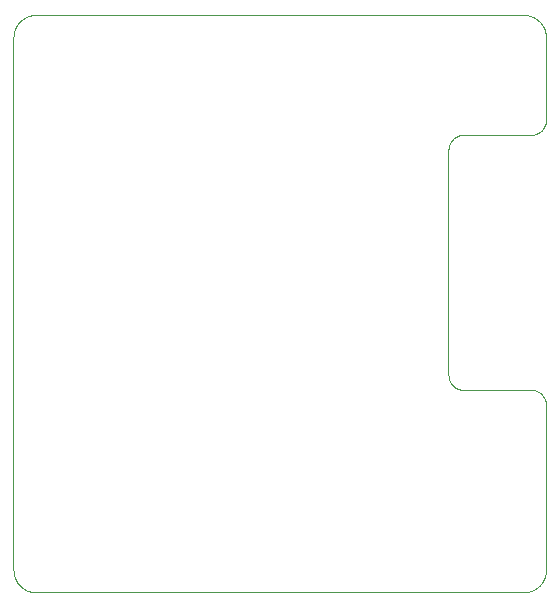
<source format=gbp>
G75*
%MOIN*%
%OFA0B0*%
%FSLAX25Y25*%
%IPPOS*%
%LPD*%
%AMOC8*
5,1,8,0,0,1.08239X$1,22.5*
%
%ADD10C,0.00100*%
D10*
X0007500Y0015000D02*
X0007500Y0192500D01*
X0007502Y0192681D01*
X0007509Y0192862D01*
X0007520Y0193043D01*
X0007535Y0193224D01*
X0007555Y0193404D01*
X0007579Y0193584D01*
X0007607Y0193763D01*
X0007640Y0193941D01*
X0007677Y0194118D01*
X0007718Y0194295D01*
X0007763Y0194470D01*
X0007813Y0194645D01*
X0007867Y0194818D01*
X0007925Y0194989D01*
X0007987Y0195160D01*
X0008054Y0195328D01*
X0008124Y0195495D01*
X0008198Y0195661D01*
X0008277Y0195824D01*
X0008359Y0195985D01*
X0008445Y0196145D01*
X0008535Y0196302D01*
X0008629Y0196457D01*
X0008726Y0196610D01*
X0008828Y0196760D01*
X0008932Y0196908D01*
X0009041Y0197054D01*
X0009152Y0197196D01*
X0009268Y0197336D01*
X0009386Y0197473D01*
X0009508Y0197608D01*
X0009633Y0197739D01*
X0009761Y0197867D01*
X0009892Y0197992D01*
X0010027Y0198114D01*
X0010164Y0198232D01*
X0010304Y0198348D01*
X0010446Y0198459D01*
X0010592Y0198568D01*
X0010740Y0198672D01*
X0010890Y0198774D01*
X0011043Y0198871D01*
X0011198Y0198965D01*
X0011355Y0199055D01*
X0011515Y0199141D01*
X0011676Y0199223D01*
X0011839Y0199302D01*
X0012005Y0199376D01*
X0012172Y0199446D01*
X0012340Y0199513D01*
X0012511Y0199575D01*
X0012682Y0199633D01*
X0012855Y0199687D01*
X0013030Y0199737D01*
X0013205Y0199782D01*
X0013382Y0199823D01*
X0013559Y0199860D01*
X0013737Y0199893D01*
X0013916Y0199921D01*
X0014096Y0199945D01*
X0014276Y0199965D01*
X0014457Y0199980D01*
X0014638Y0199991D01*
X0014819Y0199998D01*
X0015000Y0200000D01*
X0177500Y0200000D01*
X0177681Y0199998D01*
X0177862Y0199991D01*
X0178043Y0199980D01*
X0178224Y0199965D01*
X0178404Y0199945D01*
X0178584Y0199921D01*
X0178763Y0199893D01*
X0178941Y0199860D01*
X0179118Y0199823D01*
X0179295Y0199782D01*
X0179470Y0199737D01*
X0179645Y0199687D01*
X0179818Y0199633D01*
X0179989Y0199575D01*
X0180160Y0199513D01*
X0180328Y0199446D01*
X0180495Y0199376D01*
X0180661Y0199302D01*
X0180824Y0199223D01*
X0180985Y0199141D01*
X0181145Y0199055D01*
X0181302Y0198965D01*
X0181457Y0198871D01*
X0181610Y0198774D01*
X0181760Y0198672D01*
X0181908Y0198568D01*
X0182054Y0198459D01*
X0182196Y0198348D01*
X0182336Y0198232D01*
X0182473Y0198114D01*
X0182608Y0197992D01*
X0182739Y0197867D01*
X0182867Y0197739D01*
X0182992Y0197608D01*
X0183114Y0197473D01*
X0183232Y0197336D01*
X0183348Y0197196D01*
X0183459Y0197054D01*
X0183568Y0196908D01*
X0183672Y0196760D01*
X0183774Y0196610D01*
X0183871Y0196457D01*
X0183965Y0196302D01*
X0184055Y0196145D01*
X0184141Y0195985D01*
X0184223Y0195824D01*
X0184302Y0195661D01*
X0184376Y0195495D01*
X0184446Y0195328D01*
X0184513Y0195160D01*
X0184575Y0194989D01*
X0184633Y0194818D01*
X0184687Y0194645D01*
X0184737Y0194470D01*
X0184782Y0194295D01*
X0184823Y0194118D01*
X0184860Y0193941D01*
X0184893Y0193763D01*
X0184921Y0193584D01*
X0184945Y0193404D01*
X0184965Y0193224D01*
X0184980Y0193043D01*
X0184991Y0192862D01*
X0184998Y0192681D01*
X0185000Y0192500D01*
X0185000Y0165000D01*
X0184998Y0164860D01*
X0184992Y0164720D01*
X0184982Y0164580D01*
X0184969Y0164440D01*
X0184951Y0164301D01*
X0184929Y0164162D01*
X0184904Y0164025D01*
X0184875Y0163887D01*
X0184842Y0163751D01*
X0184805Y0163616D01*
X0184764Y0163482D01*
X0184719Y0163349D01*
X0184671Y0163217D01*
X0184619Y0163087D01*
X0184564Y0162958D01*
X0184505Y0162831D01*
X0184442Y0162705D01*
X0184376Y0162581D01*
X0184307Y0162460D01*
X0184234Y0162340D01*
X0184157Y0162222D01*
X0184078Y0162107D01*
X0183995Y0161993D01*
X0183909Y0161883D01*
X0183820Y0161774D01*
X0183728Y0161668D01*
X0183633Y0161565D01*
X0183536Y0161464D01*
X0183435Y0161367D01*
X0183332Y0161272D01*
X0183226Y0161180D01*
X0183117Y0161091D01*
X0183007Y0161005D01*
X0182893Y0160922D01*
X0182778Y0160843D01*
X0182660Y0160766D01*
X0182540Y0160693D01*
X0182419Y0160624D01*
X0182295Y0160558D01*
X0182169Y0160495D01*
X0182042Y0160436D01*
X0181913Y0160381D01*
X0181783Y0160329D01*
X0181651Y0160281D01*
X0181518Y0160236D01*
X0181384Y0160195D01*
X0181249Y0160158D01*
X0181113Y0160125D01*
X0180975Y0160096D01*
X0180838Y0160071D01*
X0180699Y0160049D01*
X0180560Y0160031D01*
X0180420Y0160018D01*
X0180280Y0160008D01*
X0180140Y0160002D01*
X0180000Y0160000D01*
X0157500Y0160000D01*
X0157360Y0159998D01*
X0157220Y0159992D01*
X0157080Y0159982D01*
X0156940Y0159969D01*
X0156801Y0159951D01*
X0156662Y0159929D01*
X0156525Y0159904D01*
X0156387Y0159875D01*
X0156251Y0159842D01*
X0156116Y0159805D01*
X0155982Y0159764D01*
X0155849Y0159719D01*
X0155717Y0159671D01*
X0155587Y0159619D01*
X0155458Y0159564D01*
X0155331Y0159505D01*
X0155205Y0159442D01*
X0155081Y0159376D01*
X0154960Y0159307D01*
X0154840Y0159234D01*
X0154722Y0159157D01*
X0154607Y0159078D01*
X0154493Y0158995D01*
X0154383Y0158909D01*
X0154274Y0158820D01*
X0154168Y0158728D01*
X0154065Y0158633D01*
X0153964Y0158536D01*
X0153867Y0158435D01*
X0153772Y0158332D01*
X0153680Y0158226D01*
X0153591Y0158117D01*
X0153505Y0158007D01*
X0153422Y0157893D01*
X0153343Y0157778D01*
X0153266Y0157660D01*
X0153193Y0157540D01*
X0153124Y0157419D01*
X0153058Y0157295D01*
X0152995Y0157169D01*
X0152936Y0157042D01*
X0152881Y0156913D01*
X0152829Y0156783D01*
X0152781Y0156651D01*
X0152736Y0156518D01*
X0152695Y0156384D01*
X0152658Y0156249D01*
X0152625Y0156113D01*
X0152596Y0155975D01*
X0152571Y0155838D01*
X0152549Y0155699D01*
X0152531Y0155560D01*
X0152518Y0155420D01*
X0152508Y0155280D01*
X0152502Y0155140D01*
X0152500Y0155000D01*
X0152500Y0080000D01*
X0152502Y0079860D01*
X0152508Y0079720D01*
X0152518Y0079580D01*
X0152531Y0079440D01*
X0152549Y0079301D01*
X0152571Y0079162D01*
X0152596Y0079025D01*
X0152625Y0078887D01*
X0152658Y0078751D01*
X0152695Y0078616D01*
X0152736Y0078482D01*
X0152781Y0078349D01*
X0152829Y0078217D01*
X0152881Y0078087D01*
X0152936Y0077958D01*
X0152995Y0077831D01*
X0153058Y0077705D01*
X0153124Y0077581D01*
X0153193Y0077460D01*
X0153266Y0077340D01*
X0153343Y0077222D01*
X0153422Y0077107D01*
X0153505Y0076993D01*
X0153591Y0076883D01*
X0153680Y0076774D01*
X0153772Y0076668D01*
X0153867Y0076565D01*
X0153964Y0076464D01*
X0154065Y0076367D01*
X0154168Y0076272D01*
X0154274Y0076180D01*
X0154383Y0076091D01*
X0154493Y0076005D01*
X0154607Y0075922D01*
X0154722Y0075843D01*
X0154840Y0075766D01*
X0154960Y0075693D01*
X0155081Y0075624D01*
X0155205Y0075558D01*
X0155331Y0075495D01*
X0155458Y0075436D01*
X0155587Y0075381D01*
X0155717Y0075329D01*
X0155849Y0075281D01*
X0155982Y0075236D01*
X0156116Y0075195D01*
X0156251Y0075158D01*
X0156387Y0075125D01*
X0156525Y0075096D01*
X0156662Y0075071D01*
X0156801Y0075049D01*
X0156940Y0075031D01*
X0157080Y0075018D01*
X0157220Y0075008D01*
X0157360Y0075002D01*
X0157500Y0075000D01*
X0180000Y0075000D01*
X0180140Y0074998D01*
X0180280Y0074992D01*
X0180420Y0074982D01*
X0180560Y0074969D01*
X0180699Y0074951D01*
X0180838Y0074929D01*
X0180975Y0074904D01*
X0181113Y0074875D01*
X0181249Y0074842D01*
X0181384Y0074805D01*
X0181518Y0074764D01*
X0181651Y0074719D01*
X0181783Y0074671D01*
X0181913Y0074619D01*
X0182042Y0074564D01*
X0182169Y0074505D01*
X0182295Y0074442D01*
X0182419Y0074376D01*
X0182540Y0074307D01*
X0182660Y0074234D01*
X0182778Y0074157D01*
X0182893Y0074078D01*
X0183007Y0073995D01*
X0183117Y0073909D01*
X0183226Y0073820D01*
X0183332Y0073728D01*
X0183435Y0073633D01*
X0183536Y0073536D01*
X0183633Y0073435D01*
X0183728Y0073332D01*
X0183820Y0073226D01*
X0183909Y0073117D01*
X0183995Y0073007D01*
X0184078Y0072893D01*
X0184157Y0072778D01*
X0184234Y0072660D01*
X0184307Y0072540D01*
X0184376Y0072419D01*
X0184442Y0072295D01*
X0184505Y0072169D01*
X0184564Y0072042D01*
X0184619Y0071913D01*
X0184671Y0071783D01*
X0184719Y0071651D01*
X0184764Y0071518D01*
X0184805Y0071384D01*
X0184842Y0071249D01*
X0184875Y0071113D01*
X0184904Y0070975D01*
X0184929Y0070838D01*
X0184951Y0070699D01*
X0184969Y0070560D01*
X0184982Y0070420D01*
X0184992Y0070280D01*
X0184998Y0070140D01*
X0185000Y0070000D01*
X0185000Y0015000D01*
X0184998Y0014819D01*
X0184991Y0014638D01*
X0184980Y0014457D01*
X0184965Y0014276D01*
X0184945Y0014096D01*
X0184921Y0013916D01*
X0184893Y0013737D01*
X0184860Y0013559D01*
X0184823Y0013382D01*
X0184782Y0013205D01*
X0184737Y0013030D01*
X0184687Y0012855D01*
X0184633Y0012682D01*
X0184575Y0012511D01*
X0184513Y0012340D01*
X0184446Y0012172D01*
X0184376Y0012005D01*
X0184302Y0011839D01*
X0184223Y0011676D01*
X0184141Y0011515D01*
X0184055Y0011355D01*
X0183965Y0011198D01*
X0183871Y0011043D01*
X0183774Y0010890D01*
X0183672Y0010740D01*
X0183568Y0010592D01*
X0183459Y0010446D01*
X0183348Y0010304D01*
X0183232Y0010164D01*
X0183114Y0010027D01*
X0182992Y0009892D01*
X0182867Y0009761D01*
X0182739Y0009633D01*
X0182608Y0009508D01*
X0182473Y0009386D01*
X0182336Y0009268D01*
X0182196Y0009152D01*
X0182054Y0009041D01*
X0181908Y0008932D01*
X0181760Y0008828D01*
X0181610Y0008726D01*
X0181457Y0008629D01*
X0181302Y0008535D01*
X0181145Y0008445D01*
X0180985Y0008359D01*
X0180824Y0008277D01*
X0180661Y0008198D01*
X0180495Y0008124D01*
X0180328Y0008054D01*
X0180160Y0007987D01*
X0179989Y0007925D01*
X0179818Y0007867D01*
X0179645Y0007813D01*
X0179470Y0007763D01*
X0179295Y0007718D01*
X0179118Y0007677D01*
X0178941Y0007640D01*
X0178763Y0007607D01*
X0178584Y0007579D01*
X0178404Y0007555D01*
X0178224Y0007535D01*
X0178043Y0007520D01*
X0177862Y0007509D01*
X0177681Y0007502D01*
X0177500Y0007500D01*
X0015000Y0007500D01*
X0014819Y0007502D01*
X0014638Y0007509D01*
X0014457Y0007520D01*
X0014276Y0007535D01*
X0014096Y0007555D01*
X0013916Y0007579D01*
X0013737Y0007607D01*
X0013559Y0007640D01*
X0013382Y0007677D01*
X0013205Y0007718D01*
X0013030Y0007763D01*
X0012855Y0007813D01*
X0012682Y0007867D01*
X0012511Y0007925D01*
X0012340Y0007987D01*
X0012172Y0008054D01*
X0012005Y0008124D01*
X0011839Y0008198D01*
X0011676Y0008277D01*
X0011515Y0008359D01*
X0011355Y0008445D01*
X0011198Y0008535D01*
X0011043Y0008629D01*
X0010890Y0008726D01*
X0010740Y0008828D01*
X0010592Y0008932D01*
X0010446Y0009041D01*
X0010304Y0009152D01*
X0010164Y0009268D01*
X0010027Y0009386D01*
X0009892Y0009508D01*
X0009761Y0009633D01*
X0009633Y0009761D01*
X0009508Y0009892D01*
X0009386Y0010027D01*
X0009268Y0010164D01*
X0009152Y0010304D01*
X0009041Y0010446D01*
X0008932Y0010592D01*
X0008828Y0010740D01*
X0008726Y0010890D01*
X0008629Y0011043D01*
X0008535Y0011198D01*
X0008445Y0011355D01*
X0008359Y0011515D01*
X0008277Y0011676D01*
X0008198Y0011839D01*
X0008124Y0012005D01*
X0008054Y0012172D01*
X0007987Y0012340D01*
X0007925Y0012511D01*
X0007867Y0012682D01*
X0007813Y0012855D01*
X0007763Y0013030D01*
X0007718Y0013205D01*
X0007677Y0013382D01*
X0007640Y0013559D01*
X0007607Y0013737D01*
X0007579Y0013916D01*
X0007555Y0014096D01*
X0007535Y0014276D01*
X0007520Y0014457D01*
X0007509Y0014638D01*
X0007502Y0014819D01*
X0007500Y0015000D01*
M02*

</source>
